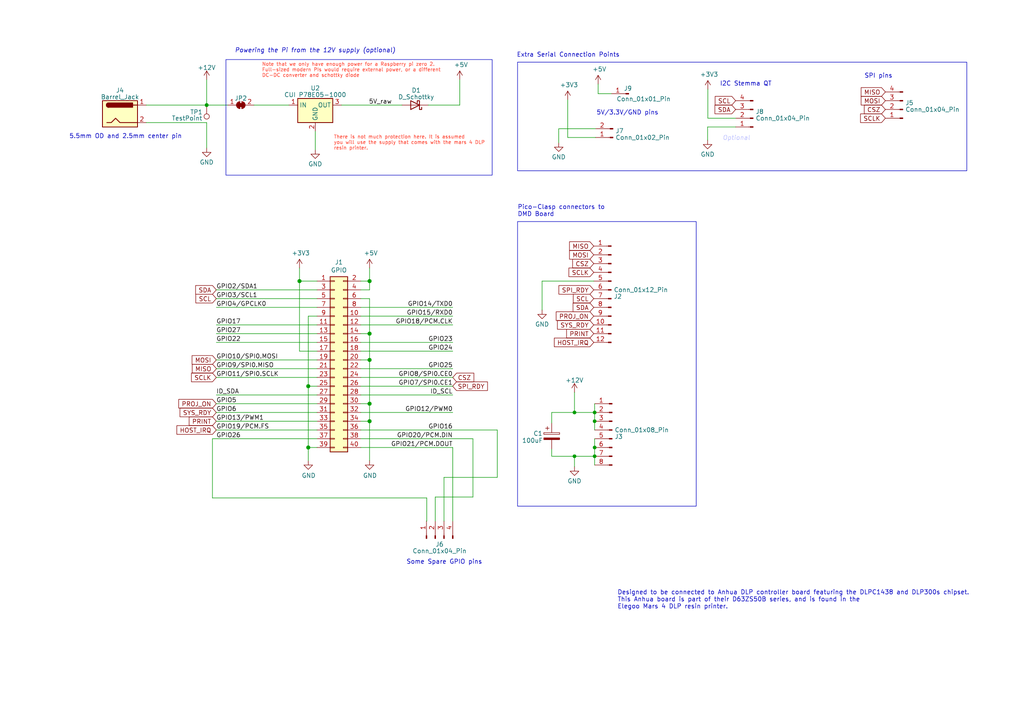
<source format=kicad_sch>
(kicad_sch (version 20230121) (generator eeschema)
  (paper "A4")
  (title_block (title "Raspberry pi DMD controller board") (date "5 jan 2024") (rev "0.1"))
  (lib_symbols
    (symbol "+3.3V_1" (power) (pin_numbers hide) (pin_names (offset 0) hide)
      (property "Value" "+3.3V_1" (at 0 3.556 0))
      (symbol "+3.3V_1_0_1"
        (polyline (pts (xy -0.762 1.27) (xy 0 2.54)))
        (polyline (pts (xy 0 0) (xy 0 2.54)))
        (polyline (pts (xy 0 2.54) (xy 0.762 1.27)))
      )
      (symbol "+3.3V_1_1_1"
        (pin power_in line (at 0 0 90) (length 0) hide (name "+3V3") (number "1"))
      )
    )
    (symbol "Connector:Barrel_Jack" (pin_names (offset 1.016))
      (property "Reference" "J" (at 0 5.334 0))
      (property "Value" "Barrel_Jack" (at 0 -5.08 0))
      (symbol "Barrel_Jack_0_1"
        (rectangle (start -5.08 3.81) (end 5.08 -3.81) (stroke (width 0.254)) (fill (type background)))
        (arc (start -3.302 3.175) (mid -3.9343 2.54) (end -3.302 1.905) (stroke (width 0.254)))
        (arc (start -3.302 3.175) (mid -3.9343 2.54) (end -3.302 1.905) (stroke (width 0.254)) (fill (type outline)))
        (polyline (pts (xy 5.08 2.54) (xy 3.81 2.54)) (stroke (width 0.254)))
        (polyline (pts (xy -3.81 -2.54) (xy -2.54 -2.54) (xy -1.27 -1.27) (xy 0 -2.54) (xy 2.54 -2.54) (xy 5.08 -2.54)) (stroke (width 0.254)))
        (rectangle (start 3.683 3.175) (end -3.302 1.905) (stroke (width 0.254)) (fill (type outline)))
      )
      (symbol "Barrel_Jack_1_1"
        (pin passive line (at 7.62 2.54 180) (length 2.54) (name "~") (number "1"))
        (pin passive line (at 7.62 -2.54 180) (length 2.54) (name "~") (number "2"))
      )
    )
    (symbol "Connector:Conn_01x01_Pin" (pin_names (offset 1.016) hide)
      (property "Reference" "J" (at 0 2.54 0))
      (property "Value" "Conn_01x01_Pin" (at 0 -2.54 0))
      (symbol "Conn_01x01_Pin_1_1"
        (polyline (pts (xy 1.27 0) (xy 0.8636 0)) (stroke (width 0.1524)))
        (rectangle (start 0.8636 0.127) (end 0 -0.127) (stroke (width 0.1524)) (fill (type outline)))
        (pin passive line (at 5.08 0 180) (length 3.81) (name "Pin_1") (number "1"))
      )
    )
    (symbol "Connector:Conn_01x02_Pin" (pin_names (offset 1.016) hide)
      (property "Reference" "J" (at 0 2.54 0))
      (property "Value" "Conn_01x02_Pin" (at 0 -5.08 0))
      (symbol "Conn_01x02_Pin_1_1"
        (polyline (pts (xy 1.27 -2.54) (xy 0.8636 -2.54)) (stroke (width 0.1524)))
        (polyline (pts (xy 1.27 0) (xy 0.8636 0)) (stroke (width 0.1524)))
        (rectangle (start 0.8636 -2.413) (end 0 -2.667) (stroke (width 0.1524)) (fill (type outline)))
        (rectangle (start 0.8636 0.127) (end 0 -0.127) (stroke (width 0.1524)) (fill (type outline)))
        (pin passive line (at 5.08 0 180) (length 3.81) (name "Pin_1") (number "1"))
        (pin passive line (at 5.08 -2.54 180) (length 3.81) (name "Pin_2") (number "2"))
      )
    )
    (symbol "Connector:Conn_01x04_Pin" (pin_names (offset 1.016) hide)
      (property "Reference" "J" (at 0 5.08 0))
      (property "Value" "Conn_01x04_Pin" (at 0 -7.62 0))
      (symbol "Conn_01x04_Pin_1_1"
        (polyline (pts (xy 1.27 -5.08) (xy 0.8636 -5.08)) (stroke (width 0.1524)))
        (polyline (pts (xy 1.27 -2.54) (xy 0.8636 -2.54)) (stroke (width 0.1524)))
        (polyline (pts (xy 1.27 0) (xy 0.8636 0)) (stroke (width 0.1524)))
        (polyline (pts (xy 1.27 2.54) (xy 0.8636 2.54)) (stroke (width 0.1524)))
        (rectangle (start 0.8636 -4.953) (end 0 -5.207) (stroke (width 0.1524)) (fill (type outline)))
        (rectangle (start 0.8636 -2.413) (end 0 -2.667) (stroke (width 0.1524)) (fill (type outline)))
        (rectangle (start 0.8636 0.127) (end 0 -0.127) (stroke (width 0.1524)) (fill (type outline)))
        (rectangle (start 0.8636 2.667) (end 0 2.413) (stroke (width 0.1524)) (fill (type outline)))
        (pin passive line (at 5.08 2.54 180) (length 3.81) (name "Pin_1") (number "1"))
        (pin passive line (at 5.08 0 180) (length 3.81) (name "Pin_2") (number "2"))
        (pin passive line (at 5.08 -2.54 180) (length 3.81) (name "Pin_3") (number "3"))
        (pin passive line (at 5.08 -5.08 180) (length 3.81) (name "Pin_4") (number "4"))
      )
    )
    (symbol "Connector:Conn_01x08_Pin" (pin_names (offset 1.016) hide)
      (property "Reference" "J" (at 0 10.16 0))
      (property "Value" "Conn_01x08_Pin" (at 0 -12.7 0))
      (symbol "Conn_01x08_Pin_1_1"
        (polyline (pts (xy 1.27 -10.16) (xy 0.8636 -10.16)) (stroke (width 0.1524)))
        (polyline (pts (xy 1.27 -7.62) (xy 0.8636 -7.62)) (stroke (width 0.1524)))
        (polyline (pts (xy 1.27 -5.08) (xy 0.8636 -5.08)) (stroke (width 0.1524)))
        (polyline (pts (xy 1.27 -2.54) (xy 0.8636 -2.54)) (stroke (width 0.1524)))
        (polyline (pts (xy 1.27 0) (xy 0.8636 0)) (stroke (width 0.1524)))
        (polyline (pts (xy 1.27 2.54) (xy 0.8636 2.54)) (stroke (width 0.1524)))
        (polyline (pts (xy 1.27 5.08) (xy 0.8636 5.08)) (stroke (width 0.1524)))
        (polyline (pts (xy 1.27 7.62) (xy 0.8636 7.62)) (stroke (width 0.1524)))
        (rectangle (start 0.8636 -10.033) (end 0 -10.287) (stroke (width 0.1524)) (fill (type outline)))
        (rectangle (start 0.8636 -7.493) (end 0 -7.747) (stroke (width 0.1524)) (fill (type outline)))
        (rectangle (start 0.8636 -4.953) (end 0 -5.207) (stroke (width 0.1524)) (fill (type outline)))
        (rectangle (start 0.8636 -2.413) (end 0 -2.667) (stroke (width 0.1524)) (fill (type outline)))
        (rectangle (start 0.8636 0.127) (end 0 -0.127) (stroke (width 0.1524)) (fill (type outline)))
        (rectangle (start 0.8636 2.667) (end 0 2.413) (stroke (width 0.1524)) (fill (type outline)))
        (rectangle (start 0.8636 5.207) (end 0 4.953) (stroke (width 0.1524)) (fill (type outline)))
        (rectangle (start 0.8636 7.747) (end 0 7.493) (stroke (width 0.1524)) (fill (type outline)))
        (pin passive line (at 5.08 7.62 180) (length 3.81) (name "Pin_1") (number "1"))
        (pin passive line (at 5.08 5.08 180) (length 3.81) (name "Pin_2") (number "2"))
        (pin passive line (at 5.08 2.54 180) (length 3.81) (name "Pin_3") (number "3"))
        (pin passive line (at 5.08 0 180) (length 3.81) (name "Pin_4") (number "4"))
        (pin passive line (at 5.08 -2.54 180) (length 3.81) (name "Pin_5") (number "5"))
        (pin passive line (at 5.08 -5.08 180) (length 3.81) (name "Pin_6") (number "6"))
        (pin passive line (at 5.08 -7.62 180) (length 3.81) (name "Pin_7") (number "7"))
        (pin passive line (at 5.08 -10.16 180) (length 3.81) (name "Pin_8") (number "8"))
      )
    )
    (symbol "Connector:Conn_01x12_Pin" (pin_names (offset 1.016) hide)
      (property "Reference" "J" (at 0 15.24 0))
      (property "Value" "Conn_01x12_Pin" (at 0 -17.78 0))
      (symbol "Conn_01x12_Pin_1_1"
        (polyline (pts (xy 1.27 -15.24) (xy 0.8636 -15.24)) (stroke (width 0.1524)))
        (polyline (pts (xy 1.27 -12.7) (xy 0.8636 -12.7)) (stroke (width 0.1524)))
        (polyline (pts (xy 1.27 -10.16) (xy 0.8636 -10.16)) (stroke (width 0.1524)))
        (polyline (pts (xy 1.27 -7.62) (xy 0.8636 -7.62)) (stroke (width 0.1524)))
        (polyline (pts (xy 1.27 -5.08) (xy 0.8636 -5.08)) (stroke (width 0.1524)))
        (polyline (pts (xy 1.27 -2.54) (xy 0.8636 -2.54)) (stroke (width 0.1524)))
        (polyline (pts (xy 1.27 0) (xy 0.8636 0)) (stroke (width 0.1524)))
        (polyline (pts (xy 1.27 2.54) (xy 0.8636 2.54)) (stroke (width 0.1524)))
        (polyline (pts (xy 1.27 5.08) (xy 0.8636 5.08)) (stroke (width 0.1524)))
        (polyline (pts (xy 1.27 7.62) (xy 0.8636 7.62)) (stroke (width 0.1524)))
        (polyline (pts (xy 1.27 10.16) (xy 0.8636 10.16)) (stroke (width 0.1524)))
        (polyline (pts (xy 1.27 12.7) (xy 0.8636 12.7)) (stroke (width 0.1524)))
        (rectangle (start 0.8636 -15.113) (end 0 -15.367) (stroke (width 0.1524)) (fill (type outline)))
        (rectangle (start 0.8636 -12.573) (end 0 -12.827) (stroke (width 0.1524)) (fill (type outline)))
        (rectangle (start 0.8636 -10.033) (end 0 -10.287) (stroke (width 0.1524)) (fill (type outline)))
        (rectangle (start 0.8636 -7.493) (end 0 -7.747) (stroke (width 0.1524)) (fill (type outline)))
        (rectangle (start 0.8636 -4.953) (end 0 -5.207) (stroke (width 0.1524)) (fill (type outline)))
        (rectangle (start 0.8636 -2.413) (end 0 -2.667) (stroke (width 0.1524)) (fill (type outline)))
        (rectangle (start 0.8636 0.127) (end 0 -0.127) (stroke (width 0.1524)) (fill (type outline)))
        (rectangle (start 0.8636 2.667) (end 0 2.413) (stroke (width 0.1524)) (fill (type outline)))
        (rectangle (start 0.8636 5.207) (end 0 4.953) (stroke (width 0.1524)) (fill (type outline)))
        (rectangle (start 0.8636 7.747) (end 0 7.493) (stroke (width 0.1524)) (fill (type outline)))
        (rectangle (start 0.8636 10.287) (end 0 10.033) (stroke (width 0.1524)) (fill (type outline)))
        (rectangle (start 0.8636 12.827) (end 0 12.573) (stroke (width 0.1524)) (fill (type outline)))
        (pin passive line (at 5.08 12.7 180) (length 3.81) (name "Pin_1") (number "1"))
        (pin passive line (at 5.08 -10.16 180) (length 3.81) (name "Pin_10") (number "10"))
        (pin passive line (at 5.08 -12.7 180) (length 3.81) (name "Pin_11") (number "11"))
        (pin passive line (at 5.08 -15.24 180) (length 3.81) (name "Pin_12") (number "12"))
        (pin passive line (at 5.08 10.16 180) (length 3.81) (name "Pin_2") (number "2"))
        (pin passive line (at 5.08 7.62 180) (length 3.81) (name "Pin_3") (number "3"))
        (pin passive line (at 5.08 5.08 180) (length 3.81) (name "Pin_4") (number "4"))
        (pin passive line (at 5.08 2.54 180) (length 3.81) (name "Pin_5") (number "5"))
        (pin passive line (at 5.08 0 180) (length 3.81) (name "Pin_6") (number "6"))
        (pin passive line (at 5.08 -2.54 180) (length 3.81) (name "Pin_7") (number "7"))
        (pin passive line (at 5.08 -5.08 180) (length 3.81) (name "Pin_8") (number "8"))
        (pin passive line (at 5.08 -7.62 180) (length 3.81) (name "Pin_9") (number "9"))
      )
    )
    (symbol "Connector:TestPoint" (pin_numbers hide) (pin_names (offset 0.762) hide)
      (property "Reference" "TP" (at 0 6.858 0))
      (property "Value" "TestPoint" (at 0 5.08 0))
      (symbol "TestPoint_0_1"
        (circle (center 0 3.302) (radius 0.762))
      )
      (symbol "TestPoint_1_1"
        (pin passive line (at 0 0 90) (length 2.54) (name "1") (number "1"))
      )
    )
    (symbol "Connector_Generic:Conn_02x20_Odd_Even" (pin_names (offset 1.016) hide)
      (property "Reference" "J" (at 1.27 25.4 0))
      (property "Value" "Conn_02x20_Odd_Even" (at 1.27 -27.94 0))
      (symbol "Conn_02x20_Odd_Even_1_1"
        (rectangle (start -1.27 -25.273) (end 0 -25.527) (stroke (width 0.1524)))
        (rectangle (start -1.27 -22.733) (end 0 -22.987) (stroke (width 0.1524)))
        (rectangle (start -1.27 -20.193) (end 0 -20.447) (stroke (width 0.1524)))
        (rectangle (start -1.27 -17.653) (end 0 -17.907) (stroke (width 0.1524)))
        (rectangle (start -1.27 -15.113) (end 0 -15.367) (stroke (width 0.1524)))
        (rectangle (start -1.27 -12.573) (end 0 -12.827) (stroke (width 0.1524)))
        (rectangle (start -1.27 -10.033) (end 0 -10.287) (stroke (width 0.1524)))
        (rectangle (start -1.27 -7.493) (end 0 -7.747) (stroke (width 0.1524)))
        (rectangle (start -1.27 -4.953) (end 0 -5.207) (stroke (width 0.1524)))
        (rectangle (start -1.27 -2.413) (end 0 -2.667) (stroke (width 0.1524)))
        (rectangle (start -1.27 0.127) (end 0 -0.127) (stroke (width 0.1524)))
        (rectangle (start -1.27 2.667) (end 0 2.413) (stroke (width 0.1524)))
        (rectangle (start -1.27 5.207) (end 0 4.953) (stroke (width 0.1524)))
        (rectangle (start -1.27 7.747) (end 0 7.493) (stroke (width 0.1524)))
        (rectangle (start -1.27 10.287) (end 0 10.033) (stroke (width 0.1524)))
        (rectangle (start -1.27 12.827) (end 0 12.573) (stroke (width 0.1524)))
        (rectangle (start -1.27 15.367) (end 0 15.113) (stroke (width 0.1524)))
        (rectangle (start -1.27 17.907) (end 0 17.653) (stroke (width 0.1524)))
        (rectangle (start -1.27 20.447) (end 0 20.193) (stroke (width 0.1524)))
        (rectangle (start -1.27 22.987) (end 0 22.733) (stroke (width 0.1524)))
        (rectangle (start -1.27 24.13) (end 3.81 -26.67) (stroke (width 0.254)) (fill (type background)))
        (rectangle (start 3.81 -25.273) (end 2.54 -25.527) (stroke (width 0.1524)))
        (rectangle (start 3.81 -22.733) (end 2.54 -22.987) (stroke (width 0.1524)))
        (rectangle (start 3.81 -20.193) (end 2.54 -20.447) (stroke (width 0.1524)))
        (rectangle (start 3.81 -17.653) (end 2.54 -17.907) (stroke (width 0.1524)))
        (rectangle (start 3.81 -15.113) (end 2.54 -15.367) (stroke (width 0.1524)))
        (rectangle (start 3.81 -12.573) (end 2.54 -12.827) (stroke (width 0.1524)))
        (rectangle (start 3.81 -10.033) (end 2.54 -10.287) (stroke (width 0.1524)))
        (rectangle (start 3.81 -7.493) (end 2.54 -7.747) (stroke (width 0.1524)))
        (rectangle (start 3.81 -4.953) (end 2.54 -5.207) (stroke (width 0.1524)))
        (rectangle (start 3.81 -2.413) (end 2.54 -2.667) (stroke (width 0.1524)))
        (rectangle (start 3.81 0.127) (end 2.54 -0.127) (stroke (width 0.1524)))
        (rectangle (start 3.81 2.667) (end 2.54 2.413) (stroke (width 0.1524)))
        (rectangle (start 3.81 5.207) (end 2.54 4.953) (stroke (width 0.1524)))
        (rectangle (start 3.81 7.747) (end 2.54 7.493) (stroke (width 0.1524)))
        (rectangle (start 3.81 10.287) (end 2.54 10.033) (stroke (width 0.1524)))
        (rectangle (start 3.81 12.827) (end 2.54 12.573) (stroke (width 0.1524)))
        (rectangle (start 3.81 15.367) (end 2.54 15.113) (stroke (width 0.1524)))
        (rectangle (start 3.81 17.907) (end 2.54 17.653) (stroke (width 0.1524)))
        (rectangle (start 3.81 20.447) (end 2.54 20.193) (stroke (width 0.1524)))
        (rectangle (start 3.81 22.987) (end 2.54 22.733) (stroke (width 0.1524)))
        (pin passive line (at -5.08 22.86 0) (length 3.81) (name "Pin_1") (number "1"))
        (pin passive line (at 7.62 12.7 180) (length 3.81) (name "Pin_10") (number "10"))
        (pin passive line (at -5.08 10.16 0) (length 3.81) (name "Pin_11") (number "11"))
        (pin passive line (at 7.62 10.16 180) (length 3.81) (name "Pin_12") (number "12"))
        (pin passive line (at -5.08 7.62 0) (length 3.81) (name "Pin_13") (number "13"))
        (pin passive line (at 7.62 7.62 180) (length 3.81) (name "Pin_14") (number "14"))
        (pin passive line (at -5.08 5.08 0) (length 3.81) (name "Pin_15") (number "15"))
        (pin passive line (at 7.62 5.08 180) (length 3.81) (name "Pin_16") (number "16"))
        (pin passive line (at -5.08 2.54 0) (length 3.81) (name "Pin_17") (number "17"))
        (pin passive line (at 7.62 2.54 180) (length 3.81) (name "Pin_18") (number "18"))
        (pin passive line (at -5.08 0 0) (length 3.81) (name "Pin_19") (number "19"))
        (pin passive line (at 7.62 22.86 180) (length 3.81) (name "Pin_2") (number "2"))
        (pin passive line (at 7.62 0 180) (length 3.81) (name "Pin_20") (number "20"))
        (pin passive line (at -5.08 -2.54 0) (length 3.81) (name "Pin_21") (number "21"))
        (pin passive line (at 7.62 -2.54 180) (length 3.81) (name "Pin_22") (number "22"))
        (pin passive line (at -5.08 -5.08 0) (length 3.81) (name "Pin_23") (number "23"))
        (pin passive line (at 7.62 -5.08 180) (length 3.81) (name "Pin_24") (number "24"))
        (pin passive line (at -5.08 -7.62 0) (length 3.81) (name "Pin_25") (number "25"))
        (pin passive line (at 7.62 -7.62 180) (length 3.81) (name "Pin_26") (number "26"))
        (pin passive line (at -5.08 -10.16 0) (length 3.81) (name "Pin_27") (number "27"))
        (pin passive line (at 7.62 -10.16 180) (length 3.81) (name "Pin_28") (number "28"))
        (pin passive line (at -5.08 -12.7 0) (length 3.81) (name "Pin_29") (number "29"))
        (pin passive line (at -5.08 20.32 0) (length 3.81) (name "Pin_3") (number "3"))
        (pin passive line (at 7.62 -12.7 180) (length 3.81) (name "Pin_30") (number "30"))
        (pin passive line (at -5.08 -15.24 0) (length 3.81) (name "Pin_31") (number "31"))
        (pin passive line (at 7.62 -15.24 180) (length 3.81) (name "Pin_32") (number "32"))
        (pin passive line (at -5.08 -17.78 0) (length 3.81) (name "Pin_33") (number "33"))
        (pin passive line (at 7.62 -17.78 180) (length 3.81) (name "Pin_34") (number "34"))
        (pin passive line (at -5.08 -20.32 0) (length 3.81) (name "Pin_35") (number "35"))
        (pin passive line (at 7.62 -20.32 180) (length 3.81) (name "Pin_36") (number "36"))
        (pin passive line (at -5.08 -22.86 0) (length 3.81) (name "Pin_37") (number "37"))
        (pin passive line (at 7.62 -22.86 180) (length 3.81) (name "Pin_38") (number "38"))
        (pin passive line (at -5.08 -25.4 0) (length 3.81) (name "Pin_39") (number "39"))
        (pin passive line (at 7.62 20.32 180) (length 3.81) (name "Pin_4") (number "4"))
        (pin passive line (at 7.62 -25.4 180) (length 3.81) (name "Pin_40") (number "40"))
        (pin passive line (at -5.08 17.78 0) (length 3.81) (name "Pin_5") (number "5"))
        (pin passive line (at 7.62 17.78 180) (length 3.81) (name "Pin_6") (number "6"))
        (pin passive line (at -5.08 15.24 0) (length 3.81) (name "Pin_7") (number "7"))
        (pin passive line (at 7.62 15.24 180) (length 3.81) (name "Pin_8") (number "8"))
        (pin passive line (at -5.08 12.7 0) (length 3.81) (name "Pin_9") (number "9"))
      )
    )
    (symbol "Converter_DCDC:OKI-78SR-3.3_1.5-W36-C"
      (property "Reference" "U" (at -3.81 3.175 0))
      (property "Value" "OKI-78SR-3.3_1.5-W36-C" (at 0 3.175 0))
      (symbol "OKI-78SR-3.3_1.5-W36-C_0_1"
        (rectangle (start -5.08 1.905) (end 5.08 -5.08) (stroke (width 0.254)) (fill (type background)))
      )
      (symbol "OKI-78SR-3.3_1.5-W36-C_1_1"
        (pin power_in line (at -7.62 0 0) (length 2.54) (name "IN") (number "1"))
        (pin power_in line (at 0 -7.62 90) (length 2.54) (name "GND") (number "2"))
        (pin power_out line (at 7.62 0 180) (length 2.54) (name "OUT") (number "3"))
      )
    )
    (symbol "Device:C_Polarized" (pin_numbers hide) (pin_names (offset 0.254))
      (property "Reference" "C" (at 0.635 2.54 0))
      (property "Value" "C_Polarized" (at 0.635 -2.54 0))
      (symbol "C_Polarized_0_1"
        (rectangle (start -2.286 0.508) (end 2.286 1.016))
        (polyline (pts (xy -1.778 2.286) (xy -0.762 2.286)))
        (polyline (pts (xy -1.27 2.794) (xy -1.27 1.778)))
        (rectangle (start 2.286 -0.508) (end -2.286 -1.016) (fill (type outline)))
      )
      (symbol "C_Polarized_1_1"
        (pin passive line (at 0 3.81 270) (length 2.794) (name "~") (number "1"))
        (pin passive line (at 0 -3.81 90) (length 2.794) (name "~") (number "2"))
      )
    )
    (symbol "Device:D_Schottky" (pin_numbers hide) (pin_names (offset 1.016) hide)
      (property "Reference" "D" (at 0 2.54 0))
      (property "Value" "D_Schottky" (at 0 -2.54 0))
      (symbol "D_Schottky_0_1"
        (polyline (pts (xy 1.27 0) (xy -1.27 0)))
        (polyline (pts (xy 1.27 1.27) (xy 1.27 -1.27) (xy -1.27 0) (xy 1.27 1.27)) (stroke (width 0.254)))
        (polyline (pts (xy -1.905 0.635) (xy -1.905 1.27) (xy -1.27 1.27) (xy -1.27 -1.27) (xy -0.635 -1.27) (xy -0.635 -0.635)) (stroke (width 0.254)))
      )
      (symbol "D_Schottky_1_1"
        (pin passive line (at -3.81 0 0) (length 2.54) (name "K") (number "1"))
        (pin passive line (at 3.81 0 180) (length 2.54) (name "A") (number "2"))
      )
    )
    (symbol "GND_1" (power) (pin_numbers hide) (pin_names (offset 0) hide)
      (property "Value" "GND_1" (at 0 -3.81 0))
      (symbol "GND_1_0_1"
        (polyline (pts (xy 0 0) (xy 0 -1.27) (xy 1.27 -1.27) (xy 0 -2.54) (xy -1.27 -1.27) (xy 0 -1.27)))
      )
      (symbol "GND_1_1_1"
        (pin power_in line (at 0 0 270) (length 0) hide (name "GND") (number "1"))
      )
    )
    (symbol "Jumper:SolderJumper_2_Bridged" (pin_names (offset 0) hide)
      (property "Reference" "JP" (at 0 2.032 0))
      (property "Value" "SolderJumper_2_Bridged" (at 0 -2.54 0))
      (symbol "SolderJumper_2_Bridged_0_1"
        (rectangle (start -0.508 0.508) (end 0.508 -0.508) (fill (type outline)))
        (arc (start -0.254 1.016) (mid -1.2656 0) (end -0.254 -1.016))
        (arc (start -0.254 1.016) (mid -1.2656 0) (end -0.254 -1.016) (fill (type outline)))
        (polyline (pts (xy -0.254 1.016) (xy -0.254 -1.016)))
        (polyline (pts (xy 0.254 1.016) (xy 0.254 -1.016)))
        (arc (start 0.254 -1.016) (mid 1.2656 0) (end 0.254 1.016))
        (arc (start 0.254 -1.016) (mid 1.2656 0) (end 0.254 1.016) (fill (type outline)))
      )
      (symbol "SolderJumper_2_Bridged_1_1"
        (pin passive line (at -3.81 0 0) (length 2.54) (name "A") (number "1"))
        (pin passive line (at 3.81 0 180) (length 2.54) (name "B") (number "2"))
      )
    )
    (symbol "power:+12V" (power) (pin_numbers hide) (pin_names (offset 0) hide)
      (property "Value" "+12V" (at 0 3.556 0))
      (symbol "+12V_0_1"
        (polyline (pts (xy -0.762 1.27) (xy 0 2.54)))
        (polyline (pts (xy 0 0) (xy 0 2.54)))
        (polyline (pts (xy 0 2.54) (xy 0.762 1.27)))
      )
      (symbol "+12V_1_1"
        (pin power_in line (at 0 0 90) (length 0) hide (name "+12V") (number "1"))
      )
    )
    (symbol "power:+3.3V" (power) (pin_names (offset 0))
      (property "Value" "+3.3V" (at 0 3.556 0))
      (symbol "+3.3V_0_1"
        (polyline (pts (xy -0.762 1.27) (xy 0 2.54)))
        (polyline (pts (xy 0 0) (xy 0 2.54)))
        (polyline (pts (xy 0 2.54) (xy 0.762 1.27)))
      )
      (symbol "+3.3V_1_1"
        (pin power_in line (at 0 0 90) (length 0) hide (name "+3V3") (number "1"))
      )
    )
    (symbol "power:+5V" (power) (pin_numbers hide) (pin_names (offset 0) hide)
      (property "Value" "+5V" (at 0 3.556 0))
      (symbol "+5V_0_1"
        (polyline (pts (xy -0.762 1.27) (xy 0 2.54)))
        (polyline (pts (xy 0 0) (xy 0 2.54)))
        (polyline (pts (xy 0 2.54) (xy 0.762 1.27)))
      )
      (symbol "+5V_1_1"
        (pin power_in line (at 0 0 90) (length 0) hide (name "+5V") (number "1"))
      )
    )
    (symbol "power:GND" (power) (pin_names (offset 0))
      (property "Value" "GND" (at 0 -3.81 0))
      (symbol "GND_0_1"
        (polyline (pts (xy 0 0) (xy 0 -1.27) (xy 1.27 -1.27) (xy 0 -2.54) (xy -1.27 -1.27) (xy 0 -1.27)))
      )
      (symbol "GND_1_1"
        (pin power_in line (at 0 0 270) (length 0) hide (name "GND") (number "1"))
      )
    )
  )
  (junction (at 172.466 129.794))
  (junction (at 172.466 119.634))
  (junction (at 107.188 117.094) (diameter 1.016))
  (junction (at 86.868 81.534) (diameter 1.016))
  (junction (at 107.188 122.174) (diameter 1.016))
  (junction (at 166.624 119.634))
  (junction (at 89.408 112.014) (diameter 1.016))
  (junction (at 172.466 132.334))
  (junction (at 59.9468 30.48))
  (junction (at 172.466 122.174))
  (junction (at 107.188 104.394) (diameter 1.016))
  (junction (at 107.188 96.774) (diameter 1.016))
  (junction (at 166.624 132.334))
  (junction (at 59.944 30.48))
  (junction (at 89.408 129.794) (diameter 1.016))
  (junction (at 107.188 81.534) (diameter 1.016))
  (wire (pts (xy 89.408 112.014) (xy 89.408 129.794)))
  (wire (pts (xy 104.648 112.014) (xy 131.318 112.014)))
  (wire (pts (xy 91.948 94.234) (xy 62.738 94.234)))
  (wire (pts (xy 107.188 86.614) (xy 107.188 96.774)))
  (wire (pts (xy 107.188 104.394) (xy 104.648 104.394)))
  (wire (pts (xy 123.78 144.4249) (xy 123.78 151.13)))
  (wire (pts (xy 205.232 36.83) (xy 213.36 36.83)))
  (wire (pts (xy 166.624 132.334) (xy 166.624 135.382)))
  (wire (pts (xy 107.188 117.094) (xy 107.188 122.174)))
  (wire (pts (xy 59.944 35.56) (xy 59.944 42.926)))
  (wire (pts (xy 172.466 132.334) (xy 172.466 134.874)))
  (wire (pts (xy 166.624 132.334) (xy 172.466 132.334)))
  (wire (pts (xy 107.188 104.394) (xy 107.188 117.094)))
  (wire (pts (xy 104.648 89.154) (xy 131.318 89.154)))
  (wire (pts (xy 157.226 81.534) (xy 157.226 89.916)))
  (wire (pts (xy 89.408 91.694) (xy 89.408 112.014)))
  (wire (pts (xy 89.408 91.694) (xy 91.948 91.694)))
  (wire (pts (xy 104.648 109.474) (xy 131.318 109.474)))
  (wire (pts (xy 91.948 114.554) (xy 62.738 114.554)))
  (wire (pts (xy 99.06 30.48) (xy 116.586 30.48)))
  (wire (pts (xy 172.212 81.534) (xy 157.226 81.534)))
  (wire (pts (xy 166.624 113.792) (xy 166.624 119.634)))
  (wire (pts (xy 59.9468 30.48) (xy 66.04 30.48)))
  (wire (pts (xy 144.2289 138.4641) (xy 128.778 138.4641)))
  (wire (pts (xy 62.738 117.094) (xy 91.948 117.094)))
  (wire (pts (xy 137.1734 127.254) (xy 137.1734 144.1595)))
  (wire (pts (xy 61.6194 144.4249) (xy 123.78 144.4249)))
  (wire (pts (xy 89.408 112.014) (xy 91.948 112.014)))
  (wire (pts (xy 104.648 99.314) (xy 131.318 99.314)))
  (wire (pts (xy 160.02 132.334) (xy 166.624 132.334)))
  (wire (pts (xy 73.66 30.48) (xy 83.82 30.48)))
  (wire (pts (xy 172.466 127.254) (xy 172.466 129.794)))
  (wire (pts (xy 104.648 129.794) (xy 131.318 129.794)))
  (wire (pts (xy 89.408 129.794) (xy 89.408 133.604)))
  (wire (pts (xy 62.738 96.774) (xy 91.948 96.774)))
  (wire (pts (xy 59.944 23.114) (xy 59.944 30.48)))
  (wire (pts (xy 86.868 77.724) (xy 86.868 81.534)))
  (wire (pts (xy 107.188 122.174) (xy 104.648 122.174)))
  (wire (pts (xy 172.466 122.174) (xy 172.466 124.714)))
  (wire (pts (xy 59.944 30.48) (xy 59.9468 30.48)))
  (wire (pts (xy 62.738 86.614) (xy 91.948 86.614)))
  (wire (pts (xy 62.738 109.474) (xy 91.948 109.474)))
  (wire (pts (xy 172.466 119.634) (xy 172.466 122.174)))
  (wire (pts (xy 86.868 101.854) (xy 91.948 101.854)))
  (wire (pts (xy 205.3058 25.908) (xy 205.3058 34.29)))
  (wire (pts (xy 91.948 84.074) (xy 62.738 84.074)))
  (wire (pts (xy 131.318 129.794) (xy 131.318 151.13)))
  (wire (pts (xy 107.188 81.534) (xy 107.188 84.074)))
  (wire (pts (xy 205.3058 34.29) (xy 213.36 34.29)))
  (wire (pts (xy 162.052 41.402) (xy 162.052 37.338)))
  (wire (pts (xy 107.188 96.774) (xy 107.188 104.394)))
  (wire (pts (xy 137.1734 144.1595) (xy 126.238 144.1595)))
  (wire (pts (xy 104.648 94.234) (xy 131.318 94.234)))
  (wire (pts (xy 107.188 96.774) (xy 104.648 96.774)))
  (wire (pts (xy 107.188 77.724) (xy 107.188 81.534)))
  (wire (pts (xy 62.738 89.154) (xy 91.948 89.154)))
  (wire (pts (xy 107.188 81.534) (xy 104.648 81.534)))
  (wire (pts (xy 86.868 81.534) (xy 86.868 101.854)))
  (wire (pts (xy 104.648 101.854) (xy 131.318 101.854)))
  (wire (pts (xy 104.648 91.694) (xy 131.318 91.694)))
  (wire (pts (xy 62.738 99.314) (xy 91.948 99.314)))
  (wire (pts (xy 62.738 106.934) (xy 91.948 106.934)))
  (wire (pts (xy 62.738 119.634) (xy 91.948 119.634)))
  (wire (pts (xy 107.188 84.074) (xy 104.648 84.074)))
  (wire (pts (xy 124.206 30.48) (xy 133.35 30.48)))
  (wire (pts (xy 62.738 124.714) (xy 91.948 124.714)))
  (wire (pts (xy 133.35 30.48) (xy 133.35 23.114)))
  (wire (pts (xy 104.648 124.714) (xy 144.2289 124.714)))
  (wire (pts (xy 205.232 40.64) (xy 205.232 36.83)))
  (wire (pts (xy 172.466 129.794) (xy 172.466 132.334)))
  (wire (pts (xy 104.648 119.634) (xy 131.318 119.634)))
  (wire (pts (xy 89.408 129.794) (xy 91.948 129.794)))
  (wire (pts (xy 164.6658 39.878) (xy 164.6658 28.956)))
  (wire (pts (xy 104.648 127.254) (xy 137.1734 127.254)))
  (wire (pts (xy 172.72 39.878) (xy 164.6658 39.878)))
  (wire (pts (xy 42.418 30.48) (xy 59.944 30.48)))
  (wire (pts (xy 61.6194 127.254) (xy 61.6194 144.4249)))
  (wire (pts (xy 107.188 86.614) (xy 104.648 86.614)))
  (wire (pts (xy 61.6194 127.254) (xy 91.948 127.254)))
  (wire (pts (xy 144.2289 124.714) (xy 144.2289 138.4641)))
  (wire (pts (xy 172.466 117.094) (xy 172.466 119.634)))
  (wire (pts (xy 166.624 119.634) (xy 172.466 119.634)))
  (wire (pts (xy 160.02 130.302) (xy 160.02 132.334)))
  (wire (pts (xy 160.02 122.682) (xy 160.02 119.634)))
  (wire (pts (xy 91.44 38.1) (xy 91.44 43.434)))
  (wire (pts (xy 107.188 122.174) (xy 107.188 133.604)))
  (wire (pts (xy 104.648 106.934) (xy 131.318 106.934)))
  (wire (pts (xy 91.948 122.174) (xy 62.738 122.174)))
  (wire (pts (xy 128.778 138.4641) (xy 128.778 151.13)))
  (wire (pts (xy 166.624 119.634) (xy 160.02 119.634)))
  (wire (pts (xy 162.052 37.338) (xy 172.72 37.338)))
  (wire (pts (xy 107.188 117.094) (xy 104.648 117.094)))
  (wire (pts (xy 173.482 27.178) (xy 177.292 27.178)))
  (wire (pts (xy 126.238 144.1595) (xy 126.238 151.13)))
  (wire (pts (xy 86.868 81.534) (xy 91.948 81.534)))
  (wire (pts (xy 173.482 24.384) (xy 173.482 27.178)))
  (wire (pts (xy 62.738 104.394) (xy 91.948 104.394)))
  (wire (pts (xy 104.648 114.554) (xy 131.318 114.554)))
  (wire (pts (xy 123.78 151.13) (xy 123.698 151.13)))
  (wire (pts (xy 42.418 35.56) (xy 59.944 35.56)))
  (rectangle (start 150.114 18.034) (end 280.416 49.53))
  (rectangle (start 65.532 17.272) (end 142.748 50.8))
  (rectangle (start 150.114 64.262) (end 201.93 146.812))
  (text "There is not much protection here. It is assumed\nyou will use the supply that comes with the mars 4 DLP\nresin printer.\n" (at 96.774 43.688 0) (effects (font (size 1 1)) (justify left bottom)))
  (text "Optional" (at 209.55 40.894 0) (effects (font (size 1.27 1.27) italic) (justify left bottom)))
  (text "Extra Serial Connection Points" (at 149.86 16.764 0) (effects (font (size 1.27 1.27)) (justify left bottom)))
  (text "Pico-Clasp connectors to\nDMD Board" (at 150.114 62.992 0) (effects (font (size 1.27 1.27)) (justify left bottom)))
  (text "5.5mm OD and 2.5mm center pin\n" (at 20.066 40.386 0) (effects (font (size 1.27 1.27)) (justify left bottom)))
  (text "5V/3.3V/GND pins" (at 172.974 33.528 0) (effects (font (size 1.27 1.27)) (justify left bottom)))
  (text "SPI pins\n" (at 250.698 22.86 0) (effects (font (size 1.27 1.27)) (justify left bottom)))
  (text "Some Spare GPIO pins\n" (at 117.856 163.83 0) (effects (font (size 1.27 1.27)) (justify left bottom)))
  (text "Note that we only have enough power for a Raspberry pi zero 2.\nFull-sized modern PIs would require external power, or a different\nDC-DC converter and schottky diode" (at 75.946 22.606 0) (effects (font (size 1 1)) (justify left bottom)))
  (text "I2C Stemma QT" (at 208.788 25.146 0) (effects (font (size 1.27 1.27)) (justify left bottom)))
  (text "Powering the Pi from the 12V supply (optional)" (at 68.072 15.494 0) (effects (font (size 1.27 1.27) italic) (justify left bottom)))
  (text "Designed to be connected to Anhua DLP controller board featuring the DLPC1438 and DLP300s chipset. \nThis Anhua board is part of their D63ZS50B series, and is found in the \nElegoo Mars 4 DLP resin printer." (at 179.07 176.784 0) (effects (font (size 1.27 1.27)) (justify left bottom)))
  (label "ID_SDA" (at 62.738 114.554 0))
  (label "GPIO6" (at 62.738 119.634 0))
  (label "ID_SCL" (at 131.318 114.554 180))
  (label "GPIO5" (at 62.738 117.094 0))
  (label "GPIO21{slash}PCM.DOUT" (at 131.318 129.794 180))
  (label "GPIO19{slash}PCM.FS" (at 62.738 124.714 0))
  (label "GPIO10{slash}SPI0.MOSI" (at 62.738 104.394 0))
  (label "GPIO9{slash}SPI0.MISO" (at 62.738 106.934 0))
  (label "GPIO23" (at 131.318 99.314 180))
  (label "GPIO4{slash}GPCLK0" (at 62.738 89.154 0))
  (label "GPIO27" (at 62.738 96.774 0))
  (label "GPIO26" (at 62.738 127.254 0))
  (label "GPIO14{slash}TXD0" (at 131.318 89.154 180))
  (label "GPIO8{slash}SPI0.CE0" (at 131.318 109.474 180))
  (label "GPIO15{slash}RXD0" (at 131.318 91.694 180))
  (label "GPIO16" (at 131.318 124.714 180))
  (label "GPIO22" (at 62.738 99.314 0))
  (label "GPIO2{slash}SDA1" (at 62.738 84.074 0))
  (label "GPIO17" (at 62.738 94.234 0))
  (label "GPIO25" (at 131.318 106.934 180))
  (label "GPIO3{slash}SCL1" (at 62.738 86.614 0))
  (label "GPIO18{slash}PCM.CLK" (at 131.318 94.234 180))
  (label "GPIO12{slash}PWM0" (at 131.318 119.634 180))
  (label "GPIO13{slash}PWM1" (at 62.738 122.174 0))
  (label "GPIO20{slash}PCM.DIN" (at 131.318 127.254 180))
  (label "GPIO24" (at 131.318 101.854 180))
  (label "GPIO7{slash}SPI0.CE1" (at 131.318 112.014 180))
  (label "GPIO11{slash}SPI0.SCLK" (at 62.738 109.474 0))
  (label "5V_raw" (at 106.9548 30.48 0))
  (global_label "CSZ" (shape input) (at 131.318 109.474 0) (property "Intersheetrefs" "${INTERSHEET_REFS}" (effects hide)))
  (global_label "SYS_RDY" (shape input) (at 172.212 94.234 180) (property "Intersheetrefs" "${INTERSHEET_REFS}" (effects hide)))
  (global_label "PROJ_ON" (shape input) (at 62.738 117.094 180) (property "Intersheetrefs" "${INTERSHEET_REFS}" (effects hide)))
  (global_label "SPI_RDY" (shape input) (at 172.212 84.074 180) (property "Intersheetrefs" "${INTERSHEET_REFS}" (effects hide)))
  (global_label "HOST_IRQ" (shape input) (at 62.738 124.714 180) (property "Intersheetrefs" "${INTERSHEET_REFS}" (effects hide)))
  (global_label "CSZ" (shape input) (at 256.794 31.75 180) (property "Intersheetrefs" "${INTERSHEET_REFS}" (effects hide)))
  (global_label "MISO" (shape input) (at 172.212 71.374 180) (property "Intersheetrefs" "${INTERSHEET_REFS}" (effects hide)))
  (global_label "SCLK" (shape input) (at 62.738 109.474 180) (property "Intersheetrefs" "${INTERSHEET_REFS}" (effects hide)))
  (global_label "PRINT" (shape input) (at 62.738 122.174 180) (property "Intersheetrefs" "${INTERSHEET_REFS}" (effects hide)))
  (global_label "MOSI" (shape input) (at 256.794 29.21 180) (property "Intersheetrefs" "${INTERSHEET_REFS}" (effects hide)))
  (global_label "MOSI" (shape input) (at 62.738 104.394 180) (property "Intersheetrefs" "${INTERSHEET_REFS}" (effects hide)))
  (global_label "SCLK" (shape input) (at 172.212 78.994 180) (property "Intersheetrefs" "${INTERSHEET_REFS}" (effects hide)))
  (global_label "SCL" (shape input) (at 62.738 86.614 180) (property "Intersheetrefs" "${INTERSHEET_REFS}" (effects hide)))
  (global_label "MOSI" (shape input) (at 172.212 73.914 180) (property "Intersheetrefs" "${INTERSHEET_REFS}" (effects hide)))
  (global_label "SPI_RDY" (shape input) (at 131.2831 112.014 0) (property "Intersheetrefs" "${INTERSHEET_REFS}" (effects hide)))
  (global_label "SYS_RDY" (shape input) (at 62.738 119.634 180) (property "Intersheetrefs" "${INTERSHEET_REFS}" (effects hide)))
  (global_label "PRINT" (shape input) (at 172.212 96.774 180) (property "Intersheetrefs" "${INTERSHEET_REFS}" (effects hide)))
  (global_label "SCL" (shape input) (at 172.212 86.614 180) (property "Intersheetrefs" "${INTERSHEET_REFS}" (effects hide)))
  (global_label "SCLK" (shape input) (at 256.794 34.29 180) (property "Intersheetrefs" "${INTERSHEET_REFS}" (effects hide)))
  (global_label "PROJ_ON" (shape input) (at 172.212 91.694 180) (property "Intersheetrefs" "${INTERSHEET_REFS}" (effects hide)))
  (global_label "MISO" (shape input) (at 62.7873 106.934 180) (property "Intersheetrefs" "${INTERSHEET_REFS}" (effects hide)))
  (global_label "MISO" (shape input) (at 256.794 26.67 180) (property "Intersheetrefs" "${INTERSHEET_REFS}" (effects hide)))
  (global_label "HOST_IRQ" (shape input) (at 172.212 99.314 180) (property "Intersheetrefs" "${INTERSHEET_REFS}" (effects hide)))
  (global_label "CSZ" (shape input) (at 172.212 76.454 180) (property "Intersheetrefs" "${INTERSHEET_REFS}" (effects hide)))
  (global_label "SCL" (shape input) (at 213.36 29.21 180) (property "Intersheetrefs" "${INTERSHEET_REFS}" (effects hide)))
  (global_label "SDA" (shape input) (at 213.36 31.75 180) (property "Intersheetrefs" "${INTERSHEET_REFS}" (effects hide)))
  (global_label "SDA" (shape input) (at 62.738 84.074 180) (property "Intersheetrefs" "${INTERSHEET_REFS}" (effects hide)))
  (global_label "SDA" (shape input) (at 172.212 89.154 180) (property "Intersheetrefs" "${INTERSHEET_REFS}" (effects hide)))
  (symbol (lib_id "power:+5V") (at 107.188 77.724 0) (unit 1)
    (property "Reference" "#PWR01" (effects hide))
    (property "Value" "+5V" (at 107.5563 73.3996 0))
  )
  (symbol (lib_id "power:+3.3V") (at 86.868 77.724 0) (unit 1)
    (property "Reference" "#PWR04" (effects hide))
    (property "Value" "+3.3V" (at 87.2363 73.3996 0))
  )
  (symbol (lib_id "power:GND") (at 107.188 133.604 0) (unit 1)
    (property "Reference" "#PWR02" (effects hide))
    (property "Value" "GND" (at 107.3023 137.9284 0))
  )
  (symbol (lib_id "power:GND") (at 89.408 133.604 0) (unit 1)
    (property "Reference" "#PWR03" (effects hide))
    (property "Value" "GND" (at 89.5223 137.9284 0))
  )
  (symbol (lib_id "Connector_Generic:Conn_02x20_Odd_Even") (at 97.028 104.394 0) (unit 1)
    (property "Reference" "J1" (at 98.298 76.0538 0))
    (property "Value" "GPIO" (at 98.298 78.359 0))
    (property "Footprint" "Connector_PinSocket_2.54mm:PinSocket_2x20_P2.54mm_Vertical" (effects hide))
  )
  (symbol (lib_id "Connector:Conn_01x02_Pin") (at 177.8 39.878 180) (unit 1)
    (property "Reference" "J7" (at 178.5112 37.9643 0) (effects (justify right)))
    (property "Value" "Conn_01x02_Pin" (at 178.5112 39.8853 0) (effects (justify right)))
    (property "Footprint" "Connector_PinHeader_2.54mm:PinHeader_1x02_P2.54mm_Vertical" (effects hide))
  )
  (symbol (lib_name "GND_1") (lib_id "power:GND") (at 166.624 135.382 0) (unit 1)
    (property "Reference" "#PWR05" (effects hide))
    (property "Value" "GND" (at 166.624 139.5175 0))
  )
  (symbol (lib_name "GND_1") (lib_id "power:GND") (at 162.052 41.402 0) (unit 1)
    (property "Reference" "#PWR012" (effects hide))
    (property "Value" "GND" (at 162.052 45.5375 0))
  )
  (symbol (lib_id "Device:C_Polarized") (at 160.02 126.492 0) (unit 1)
    (property "Reference" "C1" (at 154.686 125.73 0) (effects (justify left)))
    (property "Value" "100uF" (at 151.384 127.762 0) (effects (justify left)))
    (property "Footprint" "Capacitor_SMD:CP_Elec_6.3x5.8" (effects hide))
    (property "Datasheet" "https://nl.mouser.com/datasheet/2/315/RDE0000C1259-1772497.pdf" (effects hide))
    (property "Mouser" "667-EEE-FN1E101UP" (effects hide))
  )
  (symbol (lib_id "Connector:Conn_01x01_Pin") (at 182.372 27.178 180) (unit 1)
    (property "Reference" "J9" (at 182.118 25.654 0))
    (property "Value" "Conn_01x01_Pin" (at 186.69 28.702 0))
    (property "Footprint" "Connector_PinHeader_2.54mm:PinHeader_1x01_P2.54mm_Vertical" (effects hide))
  )
  (symbol (lib_id "Connector:Barrel_Jack") (at 34.798 33.02 0) (unit 1)
    (property "Reference" "J4" (at 34.798 26.2001 0))
    (property "Value" "Barrel_Jack" (at 34.798 28.1211 0))
    (property "Footprint" "Connector_BarrelJack:BarrelJack_GCT_DCJ200-10-A_Horizontal" (effects hide))
    (property "Datasheet" "https://nl.mouser.com/datasheet/2/670/pj_002b-1778766.pdf" (effects hide))
    (property "Mouser" "490-PJ-002B" (effects hide))
  )
  (symbol (lib_name "GND_1") (lib_id "power:GND") (at 205.232 40.64 0) (unit 1)
    (property "Reference" "#PWR014" (effects hide))
    (property "Value" "GND" (at 205.232 44.7755 0))
  )
  (symbol (lib_id "power:+12V") (at 166.624 113.792 0) (unit 1)
    (property "Reference" "#PWR06" (effects hide))
    (property "Value" "+12V" (at 166.624 110.2901 0))
  )
  (symbol (lib_id "power:+5V") (at 173.482 24.384 0) (unit 1)
    (property "Reference" "#PWR016" (effects hide))
    (property "Value" "+5V" (at 173.8503 20.0596 0))
  )
  (symbol (lib_name "GND_1") (lib_id "power:GND") (at 91.44 43.434 0) (unit 1)
    (property "Reference" "#PWR010" (effects hide))
    (property "Value" "GND" (at 91.44 47.5695 0))
  )
  (symbol (lib_name "GND_1") (lib_id "power:GND") (at 157.226 89.916 0) (unit 1)
    (property "Reference" "#PWR07" (effects hide))
    (property "Value" "GND" (at 157.226 94.0515 0))
  )
  (symbol (lib_id "Connector:TestPoint") (at 59.9468 30.48 180) (unit 1)
    (property "Reference" "TP1" (at 55.118 32.512 0) (effects (justify right)))
    (property "Value" "TestPoint" (at 49.784 34.29 0) (effects (justify right)))
    (property "Footprint" "TestPoint:TestPoint_Pad_D1.5mm" (effects hide))
  )
  (symbol (lib_id "power:+12V") (at 59.944 23.114 0) (unit 1)
    (property "Reference" "#PWR09" (effects hide))
    (property "Value" "+12V" (at 59.944 19.6121 0))
  )
  (symbol (lib_name "GND_1") (lib_id "power:GND") (at 59.944 42.926 0) (unit 1)
    (property "Reference" "#PWR08" (effects hide))
    (property "Value" "GND" (at 59.944 47.0615 0))
  )
  (symbol (lib_id "Connector:Conn_01x04_Pin") (at 261.874 31.75 180) (unit 1)
    (property "Reference" "J5" (at 262.5852 29.8363 0) (effects (justify right)))
    (property "Value" "Conn_01x04_Pin" (at 262.5852 31.7573 0) (effects (justify right)))
    (property "Footprint" "Connector_PinHeader_2.54mm:PinHeader_1x04_P2.54mm_Vertical" (effects hide))
  )
  (symbol (lib_id "power:+5V") (at 133.35 23.114 0) (unit 1)
    (property "Reference" "#PWR011" (effects hide))
    (property "Value" "+5V" (at 133.7183 18.7896 0))
  )
  (symbol (lib_name "+3.3V_1") (lib_id "power:+3.3V") (at 205.3058 25.908 0) (unit 1)
    (property "Reference" "#PWR015" (effects hide))
    (property "Value" "+3.3V" (at 205.6741 21.5836 0))
  )
  (symbol (lib_id "Jumper:SolderJumper_2_Bridged") (at 69.85 30.48 0) (unit 1)
    (property "Reference" "JP2" (at 69.85 28.5021 0))
    (property "Value" "SolderJumper_2_Bridged" (effects hide))
    (property "Footprint" "Jumper:SolderJumper-2_P1.3mm_Open_TrianglePad1.0x1.5mm" (effects hide))
  )
  (symbol (lib_name "+3.3V_1") (lib_id "power:+3.3V") (at 164.6658 28.956 0) (unit 1)
    (property "Reference" "#PWR013" (effects hide))
    (property "Value" "+3.3V" (at 165.0341 24.6316 0))
  )
  (symbol (lib_id "Connector:Conn_01x08_Pin") (at 177.546 124.714 0) (mirror y) (unit 1)
    (property "Reference" "J3" (at 178.2572 126.6277 0) (effects (justify right)))
    (property "Value" "Conn_01x08_Pin" (at 178.2572 124.7067 0) (effects (justify right)))
    (property "Footprint" "Connector_Molex:Molex_Pico-Clasp_501331-0807_1x08-1MP_P1.00mm_Vertical" (effects hide))
    (property "Datasheet" "https://www.molex.com/en-us/products/part-detail/5015680807?display=pdf" (effects hide))
    (property "Mouser" "538-501331-0807" (effects hide))
  )
  (symbol (lib_id "Connector:Conn_01x04_Pin") (at 126.238 156.21 90) (unit 1)
    (property "Reference" "J6" (at 127.508 157.8817 90))
    (property "Value" "Conn_01x04_Pin" (at 127.508 159.8027 90))
    (property "Footprint" "Connector_PinHeader_2.54mm:PinHeader_2x02_P2.54mm_Vertical" (effects hide))
  )
  (symbol (lib_id "Device:D_Schottky") (at 120.396 30.48 180) (unit 1)
    (property "Reference" "D1" (at 120.7135 26.2001 0))
    (property "Value" "D_Schottky" (at 120.7135 28.1211 0))
    (property "Footprint" "Diode_SMD:D_SOD-323_HandSoldering" (effects hide))
    (property "Datasheet" "https://nl.mouser.com/datasheet/2/916/PMEG1020EJ-3081487.pdf" (effects hide))
    (property "Mouser" "771-PMEG1020EJ-T/R" (effects hide))
  )
  (symbol (lib_id "Converter_DCDC:OKI-78SR-3.3_1.5-W36-C") (at 91.44 30.48 0) (unit 1)
    (property "Reference" "U2" (at 91.44 25.5651 0))
    (property "Value" "CUI P78E05-1000" (at 91.44 27.4861 0))
    (property "Footprint" "Converter_DCDC:Converter_DCDC_RECOM_R-78E-0.5_THT" (effects hide))
    (property "Datasheet" "https://power.murata.com/data/power/oki-78sr.pdf" (effects hide))
    (property "Mouser" "490-P78E05-1000" (effects hide))
  )
  (symbol (lib_id "Connector:Conn_01x12_Pin") (at 177.292 84.074 0) (mirror y) (unit 1)
    (property "Reference" "J2" (at 178.0032 85.9877 0) (effects (justify right)))
    (property "Value" "Conn_01x12_Pin" (at 178.0032 84.0667 0) (effects (justify right)))
    (property "Footprint" "Connector_Molex:Molex_Pico-Clasp_501331-1207_1x12-1MP_P1.00mm_Vertical" (effects hide))
    (property "Datasheet" "https://www.molex.com/en-us/products/part-detail/2023961207?display=pdf" (effects hide))
    (property "Mouser" "538-501331-1207" (effects hide))
  )
  (symbol (lib_id "Connector:Conn_01x04_Pin") (at 218.44 34.29 180) (unit 1)
    (property "Reference" "J8" (at 219.1512 32.3763 0) (effects (justify right)))
    (property "Value" "Conn_01x04_Pin" (at 219.1512 34.2973 0) (effects (justify right)))
    (property "Footprint" "Connector_JST:JST_SH_SM04B-SRSS-TB_1x04-1MP_P1.00mm_Horizontal" (effects hide))
    (property "Mouser" "485-4208" (effects hide))
  )
)
</source>
